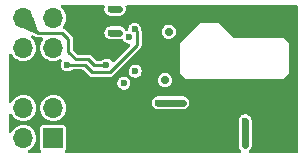
<source format=gbr>
G04 #@! TF.GenerationSoftware,KiCad,Pcbnew,(5.99.0-6495-g15369915cc)*
G04 #@! TF.CreationDate,2020-10-24T17:34:58+02:00*
G04 #@! TF.ProjectId,EVAL-MP8862,4556414c-2d4d-4503-9838-36322e6b6963,1B*
G04 #@! TF.SameCoordinates,Original*
G04 #@! TF.FileFunction,Copper,L2,Inr*
G04 #@! TF.FilePolarity,Positive*
%FSLAX46Y46*%
G04 Gerber Fmt 4.6, Leading zero omitted, Abs format (unit mm)*
G04 Created by KiCad (PCBNEW (5.99.0-6495-g15369915cc)) date 2020-10-24 17:34:58*
%MOMM*%
%LPD*%
G01*
G04 APERTURE LIST*
G04 #@! TA.AperFunction,ComponentPad*
%ADD10R,1.700000X1.700000*%
G04 #@! TD*
G04 #@! TA.AperFunction,ComponentPad*
%ADD11O,1.700000X1.700000*%
G04 #@! TD*
G04 #@! TA.AperFunction,ViaPad*
%ADD12C,0.700000*%
G04 #@! TD*
G04 #@! TA.AperFunction,ViaPad*
%ADD13C,0.600000*%
G04 #@! TD*
G04 #@! TA.AperFunction,ViaPad*
%ADD14C,0.800000*%
G04 #@! TD*
G04 #@! TA.AperFunction,Conductor*
%ADD15C,0.250000*%
G04 #@! TD*
G04 #@! TA.AperFunction,Conductor*
%ADD16C,0.600000*%
G04 #@! TD*
G04 APERTURE END LIST*
D10*
X100000000Y-100000000D03*
D11*
X97460000Y-100000000D03*
X100000000Y-97460000D03*
X97460000Y-97460000D03*
X100000000Y-94920000D03*
X97460000Y-94920000D03*
X100000000Y-92380000D03*
X97460000Y-92380000D03*
X100000000Y-89840000D03*
X97460000Y-89840000D03*
D12*
X108350000Y-92700000D03*
D13*
X103550000Y-100925000D03*
X102850000Y-100925000D03*
X102175000Y-100925000D03*
X103850000Y-89075000D03*
D14*
X118150000Y-89275000D03*
X114550000Y-96550000D03*
X114550000Y-95875000D03*
D12*
X108350000Y-95125000D03*
D13*
X113600000Y-100150000D03*
X109575000Y-100925000D03*
X119000000Y-100550000D03*
X119000000Y-98600000D03*
D14*
X114550000Y-89275000D03*
D13*
X105625000Y-97050000D03*
D14*
X118150000Y-96550000D03*
D12*
X108350000Y-93300000D03*
D13*
X104225000Y-100925000D03*
D14*
X118150000Y-89950000D03*
D13*
X110275000Y-100925000D03*
X113600000Y-100775000D03*
X107675000Y-97050000D03*
D14*
X114550000Y-89950000D03*
D13*
X103850000Y-89750000D03*
X111600000Y-100150000D03*
X103850000Y-91107470D03*
X108700000Y-90600000D03*
X111600000Y-100800000D03*
X107000000Y-97050000D03*
D14*
X118150000Y-95875000D03*
D13*
X103850000Y-90450000D03*
X106300000Y-97050000D03*
X110950000Y-100925000D03*
X119000000Y-99900000D03*
X108900000Y-100925000D03*
X119000000Y-99250000D03*
X104500000Y-93825000D03*
X104900000Y-89100000D03*
X105600000Y-89100000D03*
X105600000Y-91100000D03*
D12*
X109800000Y-91000000D03*
D13*
X104900000Y-91100000D03*
X116250000Y-98600000D03*
X110300000Y-97025000D03*
X110975000Y-97025000D03*
D12*
X109475000Y-95100000D03*
D13*
X116250000Y-99900000D03*
X116250000Y-99250000D03*
X109600000Y-97025000D03*
X116250000Y-100550000D03*
X108925000Y-97025000D03*
X106900000Y-90800000D03*
X101200000Y-93800000D03*
X106456232Y-91465649D03*
X105990000Y-95360000D03*
X106949998Y-94350000D03*
D15*
X102990000Y-93310000D02*
X101910000Y-93310000D01*
X101910000Y-93310000D02*
X101290000Y-92690000D01*
X101290000Y-92690000D02*
X101290000Y-91610000D01*
X98309999Y-90689999D02*
X97460000Y-89840000D01*
X98720000Y-91100000D02*
X98309999Y-90689999D01*
X104500000Y-93825000D02*
X103505000Y-93825000D01*
X103505000Y-93825000D02*
X102990000Y-93310000D01*
X100780000Y-91100000D02*
X98720000Y-91100000D01*
X101290000Y-91610000D02*
X100780000Y-91100000D01*
D16*
X105600000Y-91100000D02*
X104900000Y-91100000D01*
X104900000Y-89100000D02*
X105600000Y-89100000D01*
X108925000Y-97025000D02*
X110975000Y-97025000D01*
X116250000Y-100600000D02*
X116250000Y-98550000D01*
D15*
X107120000Y-91020000D02*
X107120000Y-92130002D01*
X103310001Y-94450001D02*
X102660000Y-93800000D01*
X104800001Y-94450001D02*
X103310001Y-94450001D01*
X107120000Y-92130002D02*
X104800001Y-94450001D01*
X102660000Y-93800000D02*
X101200000Y-93800000D01*
X106900000Y-90800000D02*
X107120000Y-91020000D01*
G04 #@! TA.AperFunction,Conductor*
G36*
X104328872Y-88770002D02*
G01*
X104375365Y-88823658D01*
X104381749Y-88911150D01*
X104377417Y-88926061D01*
X104374982Y-88933554D01*
X104356639Y-88984505D01*
X104356010Y-88993067D01*
X104354223Y-89001475D01*
X104354048Y-89001438D01*
X104353933Y-89002079D01*
X104354110Y-89002105D01*
X104352855Y-89010604D01*
X104350459Y-89018851D01*
X104350369Y-89027437D01*
X104350369Y-89027438D01*
X104349893Y-89072974D01*
X104349561Y-89080886D01*
X104346224Y-89126311D01*
X104346225Y-89126321D01*
X104345596Y-89134880D01*
X104347293Y-89143296D01*
X104347833Y-89151874D01*
X104347655Y-89151885D01*
X104347717Y-89152534D01*
X104347894Y-89152512D01*
X104348970Y-89161033D01*
X104348880Y-89169623D01*
X104351103Y-89177918D01*
X104351103Y-89177921D01*
X104362894Y-89221924D01*
X104364701Y-89229630D01*
X104372512Y-89268365D01*
X104375399Y-89282685D01*
X104379300Y-89290341D01*
X104382125Y-89298452D01*
X104381955Y-89298511D01*
X104382189Y-89299119D01*
X104382354Y-89299049D01*
X104385681Y-89306964D01*
X104387905Y-89315265D01*
X104397494Y-89331479D01*
X104415467Y-89361871D01*
X104419279Y-89368805D01*
X104443852Y-89417031D01*
X104449667Y-89423355D01*
X104454569Y-89430408D01*
X104454422Y-89430510D01*
X104454810Y-89431032D01*
X104454949Y-89430922D01*
X104460286Y-89437655D01*
X104464658Y-89445048D01*
X104494084Y-89473266D01*
X104503744Y-89482530D01*
X104509266Y-89488169D01*
X104545911Y-89528020D01*
X104553208Y-89532544D01*
X104559830Y-89538023D01*
X104559716Y-89538161D01*
X104560230Y-89538559D01*
X104560335Y-89538414D01*
X104567282Y-89543461D01*
X104573485Y-89549409D01*
X104621190Y-89574988D01*
X104628044Y-89578945D01*
X104674058Y-89607475D01*
X104682310Y-89609872D01*
X104690157Y-89613366D01*
X104690084Y-89613529D01*
X104690681Y-89613773D01*
X104690743Y-89613605D01*
X104698796Y-89616600D01*
X104706368Y-89620660D01*
X104759224Y-89632475D01*
X104766845Y-89634432D01*
X104818851Y-89649541D01*
X104825429Y-89650024D01*
X104831911Y-89650500D01*
X104831900Y-89650646D01*
X104836548Y-89651245D01*
X104836572Y-89650960D01*
X104845139Y-89651679D01*
X104853517Y-89653552D01*
X104862090Y-89653103D01*
X104862094Y-89653103D01*
X104908453Y-89650673D01*
X104915047Y-89650500D01*
X105525950Y-89650500D01*
X105536513Y-89651659D01*
X105536572Y-89650960D01*
X105545139Y-89651679D01*
X105553517Y-89653552D01*
X105562090Y-89653103D01*
X105562094Y-89653103D01*
X105608453Y-89650673D01*
X105615047Y-89650500D01*
X105636501Y-89650500D01*
X105640740Y-89649919D01*
X105640743Y-89649919D01*
X105643963Y-89649478D01*
X105646612Y-89649115D01*
X105657118Y-89648122D01*
X105664793Y-89647720D01*
X105695508Y-89646111D01*
X105695510Y-89646111D01*
X105704090Y-89645661D01*
X105714947Y-89642007D01*
X105738032Y-89636592D01*
X105749385Y-89635037D01*
X105757270Y-89631625D01*
X105792559Y-89616354D01*
X105802411Y-89612572D01*
X105838854Y-89600308D01*
X105838856Y-89600307D01*
X105846995Y-89597568D01*
X105856472Y-89591127D01*
X105877253Y-89579704D01*
X105887764Y-89575155D01*
X105924328Y-89545546D01*
X105932796Y-89539258D01*
X105964595Y-89517648D01*
X105964600Y-89517644D01*
X105971702Y-89512817D01*
X105979097Y-89504066D01*
X105996041Y-89487474D01*
X105998267Y-89485672D01*
X105998270Y-89485669D01*
X106004942Y-89480266D01*
X106032194Y-89441919D01*
X106038661Y-89433582D01*
X106063482Y-89404210D01*
X106069024Y-89397652D01*
X106073796Y-89387230D01*
X106085650Y-89366699D01*
X106087309Y-89364364D01*
X106092286Y-89357361D01*
X106108221Y-89313099D01*
X106112208Y-89303330D01*
X106128216Y-89268365D01*
X106131791Y-89260557D01*
X106133135Y-89252072D01*
X106133584Y-89249240D01*
X106139480Y-89226277D01*
X106140452Y-89223576D01*
X106140453Y-89223573D01*
X106143361Y-89215495D01*
X106146807Y-89168573D01*
X106148019Y-89158093D01*
X106155378Y-89111634D01*
X106155500Y-89100000D01*
X106154873Y-89095426D01*
X106154583Y-89090812D01*
X106154761Y-89090801D01*
X106154492Y-89082250D01*
X106154315Y-89082261D01*
X106153775Y-89073681D01*
X106154404Y-89065120D01*
X106152707Y-89056706D01*
X106152707Y-89056700D01*
X106143703Y-89012048D01*
X106142383Y-89004243D01*
X106136203Y-88959125D01*
X106136202Y-88959123D01*
X106135037Y-88950615D01*
X106131626Y-88942733D01*
X106129316Y-88934458D01*
X106129488Y-88934410D01*
X106129293Y-88933789D01*
X106129125Y-88933847D01*
X106126298Y-88925729D01*
X106124601Y-88917315D01*
X106123276Y-88914714D01*
X106119896Y-88846531D01*
X106155275Y-88784977D01*
X106242401Y-88750000D01*
X120624000Y-88750000D01*
X120692121Y-88770002D01*
X120738614Y-88823658D01*
X120750000Y-88876000D01*
X120750001Y-101124000D01*
X120729999Y-101192121D01*
X120676343Y-101238614D01*
X120624001Y-101250000D01*
X116679391Y-101250000D01*
X116611270Y-101229998D01*
X116564777Y-101176342D01*
X116554673Y-101106068D01*
X116594104Y-101031254D01*
X116678020Y-100954089D01*
X116689599Y-100935415D01*
X116752949Y-100833242D01*
X116752950Y-100833241D01*
X116757475Y-100825942D01*
X116799541Y-100681149D01*
X116800500Y-100668089D01*
X116800500Y-100602350D01*
X116802051Y-100582639D01*
X116805378Y-100561634D01*
X116805500Y-100550000D01*
X116801666Y-100522011D01*
X116800500Y-100504911D01*
X116800500Y-99952350D01*
X116802051Y-99932639D01*
X116804656Y-99916190D01*
X116805378Y-99911634D01*
X116805500Y-99900000D01*
X116801666Y-99872011D01*
X116800500Y-99854911D01*
X116800500Y-99302350D01*
X116802051Y-99282639D01*
X116804656Y-99266190D01*
X116805378Y-99261634D01*
X116805500Y-99250000D01*
X116801666Y-99222011D01*
X116800500Y-99204911D01*
X116800500Y-98652350D01*
X116802051Y-98632639D01*
X116804656Y-98616190D01*
X116805378Y-98611634D01*
X116805500Y-98600000D01*
X116801666Y-98572011D01*
X116800500Y-98554911D01*
X116800500Y-98513499D01*
X116799049Y-98502900D01*
X116791252Y-98445984D01*
X116785037Y-98400615D01*
X116738333Y-98292688D01*
X116728567Y-98270120D01*
X116728566Y-98270118D01*
X116725155Y-98262236D01*
X116630266Y-98145058D01*
X116623264Y-98140082D01*
X116623262Y-98140080D01*
X116514363Y-98062690D01*
X116507361Y-98057714D01*
X116365495Y-98006639D01*
X116356935Y-98006010D01*
X116356933Y-98006010D01*
X116277863Y-98000204D01*
X116215121Y-97995596D01*
X116067316Y-98025399D01*
X115932970Y-98093852D01*
X115926648Y-98099665D01*
X115926647Y-98099666D01*
X115870021Y-98151736D01*
X115821981Y-98195911D01*
X115817453Y-98203214D01*
X115817452Y-98203215D01*
X115775969Y-98270120D01*
X115742526Y-98324058D01*
X115700460Y-98468851D01*
X115699501Y-98481911D01*
X115699501Y-98609680D01*
X115699494Y-98611000D01*
X115698880Y-98669623D01*
X115699400Y-98671565D01*
X115699501Y-98673163D01*
X115699501Y-99259709D01*
X115699494Y-99261029D01*
X115698880Y-99319623D01*
X115699401Y-99321564D01*
X115699501Y-99323160D01*
X115699500Y-99909740D01*
X115699493Y-99911059D01*
X115698880Y-99969623D01*
X115699400Y-99971564D01*
X115699500Y-99973159D01*
X115699500Y-100559767D01*
X115699493Y-100561086D01*
X115698880Y-100619623D01*
X115699400Y-100621563D01*
X115699500Y-100623157D01*
X115699500Y-100636500D01*
X115700082Y-100640746D01*
X115700082Y-100640752D01*
X115713797Y-100740875D01*
X115714963Y-100749384D01*
X115718374Y-100757266D01*
X115761129Y-100856067D01*
X115774845Y-100887764D01*
X115780254Y-100894444D01*
X115780255Y-100894445D01*
X115831344Y-100957534D01*
X115869734Y-101004942D01*
X115892744Y-101021294D01*
X115936684Y-101077058D01*
X115943501Y-101147727D01*
X115911029Y-101210862D01*
X115819755Y-101250000D01*
X101111391Y-101250000D01*
X101043270Y-101229998D01*
X100996777Y-101176342D01*
X100986673Y-101106068D01*
X101021722Y-101036052D01*
X101030312Y-101030312D01*
X101077358Y-100959903D01*
X101078696Y-100957901D01*
X101078697Y-100957899D01*
X101085589Y-100947584D01*
X101093877Y-100905921D01*
X101103793Y-100856067D01*
X101105000Y-100850000D01*
X101105000Y-99150000D01*
X101085589Y-99052416D01*
X101078697Y-99042101D01*
X101078696Y-99042099D01*
X101037205Y-98980004D01*
X101030312Y-98969688D01*
X100965584Y-98926438D01*
X100957901Y-98921304D01*
X100957899Y-98921303D01*
X100947584Y-98914411D01*
X100935417Y-98911991D01*
X100935415Y-98911990D01*
X100860959Y-98897180D01*
X100850000Y-98895000D01*
X99150000Y-98895000D01*
X99139041Y-98897180D01*
X99064585Y-98911990D01*
X99064583Y-98911991D01*
X99052416Y-98914411D01*
X99042101Y-98921303D01*
X99042099Y-98921304D01*
X99034416Y-98926438D01*
X98969688Y-98969688D01*
X98962795Y-98980004D01*
X98921304Y-99042099D01*
X98921303Y-99042101D01*
X98914411Y-99052416D01*
X98895000Y-99150000D01*
X98895000Y-100850000D01*
X98896207Y-100856067D01*
X98906124Y-100905921D01*
X98914411Y-100947584D01*
X98921303Y-100957899D01*
X98921304Y-100957901D01*
X98922642Y-100959903D01*
X98969688Y-101030312D01*
X98978360Y-101036106D01*
X99011730Y-101097217D01*
X99006665Y-101168032D01*
X98964118Y-101224868D01*
X98888609Y-101250000D01*
X97960621Y-101250000D01*
X97892500Y-101229998D01*
X97846007Y-101176342D01*
X97835903Y-101106068D01*
X97865397Y-101041488D01*
X97908773Y-101009162D01*
X97909043Y-101009040D01*
X97914723Y-101007101D01*
X98096958Y-100902945D01*
X98256209Y-100766209D01*
X98276325Y-100740875D01*
X98294896Y-100717486D01*
X98386731Y-100601826D01*
X98391632Y-100592433D01*
X98481041Y-100421043D01*
X98483814Y-100415728D01*
X98543955Y-100214629D01*
X98564985Y-100005786D01*
X98565000Y-100000000D01*
X98545064Y-99791050D01*
X98485977Y-99589639D01*
X98457004Y-99533384D01*
X98392615Y-99408365D01*
X98392613Y-99408362D01*
X98389869Y-99403034D01*
X98260210Y-99237970D01*
X98255679Y-99234038D01*
X98255676Y-99234035D01*
X98106207Y-99104333D01*
X98101677Y-99100402D01*
X98096491Y-99097402D01*
X98096487Y-99097399D01*
X97925186Y-98998300D01*
X97919990Y-98995294D01*
X97721706Y-98926438D01*
X97715771Y-98925577D01*
X97715769Y-98925577D01*
X97519919Y-98897180D01*
X97519916Y-98897180D01*
X97513979Y-98896319D01*
X97304304Y-98906024D01*
X97173445Y-98937561D01*
X97106080Y-98953796D01*
X97106078Y-98953797D01*
X97100247Y-98955202D01*
X97094789Y-98957684D01*
X97094785Y-98957685D01*
X97012069Y-98995294D01*
X96909171Y-99042079D01*
X96737970Y-99163520D01*
X96592822Y-99315144D01*
X96589571Y-99320179D01*
X96481852Y-99487006D01*
X96428097Y-99533384D01*
X96357801Y-99543337D01*
X96293284Y-99513705D01*
X96250000Y-99418658D01*
X96250000Y-98040401D01*
X96270002Y-97972280D01*
X96323658Y-97925787D01*
X96393932Y-97915683D01*
X96458512Y-97945177D01*
X96482207Y-97972608D01*
X96589248Y-98140306D01*
X96733600Y-98292688D01*
X96738465Y-98296178D01*
X96738468Y-98296180D01*
X96873080Y-98392730D01*
X96904163Y-98415024D01*
X96909608Y-98417534D01*
X97044247Y-98479603D01*
X97094782Y-98502900D01*
X97100598Y-98504334D01*
X97100601Y-98504335D01*
X97155171Y-98517789D01*
X97298578Y-98553146D01*
X97304568Y-98553455D01*
X97304570Y-98553455D01*
X97378178Y-98557248D01*
X97508199Y-98563948D01*
X97514134Y-98563119D01*
X97514138Y-98563119D01*
X97666960Y-98541777D01*
X97716081Y-98534917D01*
X97914723Y-98467101D01*
X98096958Y-98362945D01*
X98256209Y-98226209D01*
X98386731Y-98061826D01*
X98433274Y-97972609D01*
X98481041Y-97881043D01*
X98483814Y-97875728D01*
X98543955Y-97674629D01*
X98555289Y-97562069D01*
X98899724Y-97562069D01*
X98938875Y-97768285D01*
X99016315Y-97963377D01*
X99019539Y-97968428D01*
X99019540Y-97968430D01*
X99055903Y-98025399D01*
X99129248Y-98140306D01*
X99273600Y-98292688D01*
X99278465Y-98296178D01*
X99278468Y-98296180D01*
X99413080Y-98392730D01*
X99444163Y-98415024D01*
X99449608Y-98417534D01*
X99584247Y-98479603D01*
X99634782Y-98502900D01*
X99640598Y-98504334D01*
X99640601Y-98504335D01*
X99695171Y-98517789D01*
X99838578Y-98553146D01*
X99844568Y-98553455D01*
X99844570Y-98553455D01*
X99918178Y-98557248D01*
X100048199Y-98563948D01*
X100054134Y-98563119D01*
X100054138Y-98563119D01*
X100206960Y-98541777D01*
X100256081Y-98534917D01*
X100454723Y-98467101D01*
X100636958Y-98362945D01*
X100796209Y-98226209D01*
X100926731Y-98061826D01*
X100973274Y-97972609D01*
X101021041Y-97881043D01*
X101023814Y-97875728D01*
X101083955Y-97674629D01*
X101104985Y-97465786D01*
X101105000Y-97460000D01*
X101103345Y-97442648D01*
X101094151Y-97346290D01*
X101085064Y-97251050D01*
X101077164Y-97224119D01*
X101054294Y-97146163D01*
X101028982Y-97059880D01*
X108370596Y-97059880D01*
X108372293Y-97068296D01*
X108372833Y-97076874D01*
X108372655Y-97076885D01*
X108372717Y-97077534D01*
X108372894Y-97077512D01*
X108373970Y-97086033D01*
X108373880Y-97094623D01*
X108376103Y-97102918D01*
X108376103Y-97102921D01*
X108387894Y-97146924D01*
X108389701Y-97154630D01*
X108397512Y-97193365D01*
X108400399Y-97207685D01*
X108404300Y-97215341D01*
X108407125Y-97223452D01*
X108406955Y-97223511D01*
X108407189Y-97224119D01*
X108407354Y-97224049D01*
X108410681Y-97231964D01*
X108412905Y-97240265D01*
X108417279Y-97247661D01*
X108440467Y-97286871D01*
X108444279Y-97293805D01*
X108468852Y-97342031D01*
X108474667Y-97348355D01*
X108479569Y-97355408D01*
X108479422Y-97355510D01*
X108479810Y-97356032D01*
X108479949Y-97355922D01*
X108485286Y-97362655D01*
X108489658Y-97370048D01*
X108519084Y-97398266D01*
X108528744Y-97407530D01*
X108534266Y-97413169D01*
X108570911Y-97453020D01*
X108578208Y-97457544D01*
X108584830Y-97463023D01*
X108584716Y-97463161D01*
X108585230Y-97463559D01*
X108585335Y-97463414D01*
X108592282Y-97468461D01*
X108598485Y-97474409D01*
X108646190Y-97499988D01*
X108653044Y-97503945D01*
X108699058Y-97532475D01*
X108707310Y-97534872D01*
X108715157Y-97538366D01*
X108715084Y-97538529D01*
X108715681Y-97538773D01*
X108715743Y-97538605D01*
X108723796Y-97541600D01*
X108731368Y-97545660D01*
X108784224Y-97557475D01*
X108791845Y-97559432D01*
X108843851Y-97574541D01*
X108850429Y-97575024D01*
X108856911Y-97575500D01*
X108856900Y-97575646D01*
X108861548Y-97576245D01*
X108861572Y-97575960D01*
X108870139Y-97576679D01*
X108878517Y-97578552D01*
X108887090Y-97578103D01*
X108887094Y-97578103D01*
X108933453Y-97575673D01*
X108940047Y-97575500D01*
X109525950Y-97575500D01*
X109536513Y-97576659D01*
X109536572Y-97575960D01*
X109545139Y-97576679D01*
X109553517Y-97578552D01*
X109562090Y-97578103D01*
X109562094Y-97578103D01*
X109608453Y-97575673D01*
X109615047Y-97575500D01*
X110225950Y-97575500D01*
X110236513Y-97576659D01*
X110236572Y-97575960D01*
X110245139Y-97576679D01*
X110253517Y-97578552D01*
X110262090Y-97578103D01*
X110262094Y-97578103D01*
X110308453Y-97575673D01*
X110315047Y-97575500D01*
X110900950Y-97575500D01*
X110911513Y-97576659D01*
X110911572Y-97575960D01*
X110920139Y-97576679D01*
X110928517Y-97578552D01*
X110937090Y-97578103D01*
X110937094Y-97578103D01*
X110983453Y-97575673D01*
X110990047Y-97575500D01*
X111011501Y-97575500D01*
X111015740Y-97574919D01*
X111015743Y-97574919D01*
X111018963Y-97574478D01*
X111021612Y-97574115D01*
X111032118Y-97573122D01*
X111039793Y-97572720D01*
X111070508Y-97571111D01*
X111070510Y-97571111D01*
X111079090Y-97570661D01*
X111089947Y-97567007D01*
X111113032Y-97561592D01*
X111124385Y-97560037D01*
X111133534Y-97556078D01*
X111167559Y-97541354D01*
X111177411Y-97537572D01*
X111213854Y-97525308D01*
X111213856Y-97525307D01*
X111221995Y-97522568D01*
X111231472Y-97516127D01*
X111252253Y-97504704D01*
X111262764Y-97500155D01*
X111299328Y-97470546D01*
X111307796Y-97464258D01*
X111339595Y-97442648D01*
X111339600Y-97442644D01*
X111346702Y-97437817D01*
X111354097Y-97429066D01*
X111371041Y-97412474D01*
X111373267Y-97410672D01*
X111373270Y-97410669D01*
X111379942Y-97405266D01*
X111407194Y-97366919D01*
X111413661Y-97358582D01*
X111438482Y-97329210D01*
X111444024Y-97322652D01*
X111448796Y-97312230D01*
X111460650Y-97291699D01*
X111462309Y-97289364D01*
X111467286Y-97282361D01*
X111483221Y-97238099D01*
X111487208Y-97228330D01*
X111503216Y-97193365D01*
X111506791Y-97185557D01*
X111508135Y-97177072D01*
X111508584Y-97174240D01*
X111514480Y-97151277D01*
X111515452Y-97148576D01*
X111515453Y-97148573D01*
X111518361Y-97140495D01*
X111521807Y-97093573D01*
X111523019Y-97083093D01*
X111530378Y-97036634D01*
X111530500Y-97025000D01*
X111529873Y-97020426D01*
X111529583Y-97015812D01*
X111529761Y-97015801D01*
X111529492Y-97007250D01*
X111529315Y-97007261D01*
X111528775Y-96998681D01*
X111529404Y-96990120D01*
X111527707Y-96981706D01*
X111527707Y-96981700D01*
X111518703Y-96937048D01*
X111517383Y-96929243D01*
X111511203Y-96884125D01*
X111511202Y-96884123D01*
X111510037Y-96875615D01*
X111506626Y-96867733D01*
X111504316Y-96859458D01*
X111504488Y-96859410D01*
X111504293Y-96858790D01*
X111504125Y-96858849D01*
X111501299Y-96850733D01*
X111499601Y-96842315D01*
X111475025Y-96794084D01*
X111471656Y-96786923D01*
X111453569Y-96745125D01*
X111453568Y-96745124D01*
X111450155Y-96737236D01*
X111444745Y-96730555D01*
X111440299Y-96723214D01*
X111440451Y-96723122D01*
X111440095Y-96722574D01*
X111439949Y-96722675D01*
X111435049Y-96715625D01*
X111431148Y-96707969D01*
X111394506Y-96668122D01*
X111389344Y-96662141D01*
X111360674Y-96626735D01*
X111360669Y-96626731D01*
X111355266Y-96620058D01*
X111348266Y-96615083D01*
X111342003Y-96609202D01*
X111342125Y-96609072D01*
X111341635Y-96608639D01*
X111341520Y-96608778D01*
X111334907Y-96603307D01*
X111329089Y-96596980D01*
X111283073Y-96568449D01*
X111276494Y-96564077D01*
X111232361Y-96532714D01*
X111224281Y-96529805D01*
X111216667Y-96525824D01*
X111216749Y-96525666D01*
X111216160Y-96525382D01*
X111216088Y-96525544D01*
X111208241Y-96522050D01*
X111200942Y-96517525D01*
X111192696Y-96515129D01*
X111192693Y-96515128D01*
X111158757Y-96505269D01*
X111148949Y-96502420D01*
X111141446Y-96499982D01*
X111090495Y-96481639D01*
X111081933Y-96481010D01*
X111073525Y-96479223D01*
X111073562Y-96479048D01*
X111069030Y-96478233D01*
X111068987Y-96478470D01*
X111062488Y-96477301D01*
X111056149Y-96475459D01*
X111043089Y-96474500D01*
X110997907Y-96474500D01*
X110988679Y-96474162D01*
X110940120Y-96470596D01*
X110931701Y-96472294D01*
X110927880Y-96472534D01*
X110908182Y-96474500D01*
X110322907Y-96474500D01*
X110313679Y-96474162D01*
X110265120Y-96470596D01*
X110256701Y-96472294D01*
X110252880Y-96472534D01*
X110233182Y-96474500D01*
X109622907Y-96474500D01*
X109613679Y-96474162D01*
X109565120Y-96470596D01*
X109556701Y-96472294D01*
X109552880Y-96472534D01*
X109533182Y-96474500D01*
X108947907Y-96474500D01*
X108938679Y-96474162D01*
X108890120Y-96470596D01*
X108881706Y-96472293D01*
X108881700Y-96472293D01*
X108837048Y-96481297D01*
X108829243Y-96482617D01*
X108784125Y-96488797D01*
X108784123Y-96488798D01*
X108775615Y-96489963D01*
X108767733Y-96493374D01*
X108759458Y-96495684D01*
X108759410Y-96495512D01*
X108758790Y-96495707D01*
X108758849Y-96495875D01*
X108750733Y-96498701D01*
X108742315Y-96500399D01*
X108734663Y-96504298D01*
X108734660Y-96504299D01*
X108694087Y-96524973D01*
X108686927Y-96528342D01*
X108637236Y-96549845D01*
X108630555Y-96555255D01*
X108623214Y-96559701D01*
X108623122Y-96559549D01*
X108622574Y-96559905D01*
X108622675Y-96560051D01*
X108615625Y-96564951D01*
X108607969Y-96568852D01*
X108568122Y-96605494D01*
X108562141Y-96610656D01*
X108526735Y-96639326D01*
X108526731Y-96639331D01*
X108520058Y-96644734D01*
X108515083Y-96651734D01*
X108509202Y-96657997D01*
X108509072Y-96657875D01*
X108508639Y-96658365D01*
X108508778Y-96658480D01*
X108503307Y-96665093D01*
X108496980Y-96670911D01*
X108474003Y-96707969D01*
X108468450Y-96716925D01*
X108464077Y-96723506D01*
X108432714Y-96767639D01*
X108429805Y-96775719D01*
X108425824Y-96783333D01*
X108425666Y-96783251D01*
X108425382Y-96783840D01*
X108425544Y-96783912D01*
X108422050Y-96791759D01*
X108417525Y-96799058D01*
X108415129Y-96807304D01*
X108415128Y-96807307D01*
X108402421Y-96851047D01*
X108399982Y-96858554D01*
X108381639Y-96909505D01*
X108381010Y-96918067D01*
X108379223Y-96926475D01*
X108379048Y-96926438D01*
X108378933Y-96927079D01*
X108379110Y-96927105D01*
X108377855Y-96935604D01*
X108375459Y-96943851D01*
X108375369Y-96952437D01*
X108375369Y-96952438D01*
X108374893Y-96997974D01*
X108374561Y-97005886D01*
X108371224Y-97051311D01*
X108371225Y-97051321D01*
X108370596Y-97059880D01*
X101028982Y-97059880D01*
X101025977Y-97049639D01*
X101002130Y-97003337D01*
X100932615Y-96868365D01*
X100932613Y-96868362D01*
X100929869Y-96863034D01*
X100800210Y-96697970D01*
X100795679Y-96694038D01*
X100795676Y-96694035D01*
X100646207Y-96564333D01*
X100641677Y-96560402D01*
X100636491Y-96557402D01*
X100636487Y-96557399D01*
X100465186Y-96458300D01*
X100459990Y-96455294D01*
X100261706Y-96386438D01*
X100255771Y-96385577D01*
X100255769Y-96385577D01*
X100059919Y-96357180D01*
X100059916Y-96357180D01*
X100053979Y-96356319D01*
X99844304Y-96366024D01*
X99713445Y-96397561D01*
X99646080Y-96413796D01*
X99646078Y-96413797D01*
X99640247Y-96415202D01*
X99634789Y-96417684D01*
X99634785Y-96417685D01*
X99552069Y-96455294D01*
X99449171Y-96502079D01*
X99277970Y-96623520D01*
X99132822Y-96775144D01*
X99129571Y-96780179D01*
X99033322Y-96929243D01*
X99018964Y-96951479D01*
X99016722Y-96957042D01*
X98981552Y-97044311D01*
X98940504Y-97146163D01*
X98924458Y-97228330D01*
X98906039Y-97322652D01*
X98900274Y-97352171D01*
X98900258Y-97358157D01*
X98900258Y-97358160D01*
X98900153Y-97398266D01*
X98899724Y-97562069D01*
X98555289Y-97562069D01*
X98564985Y-97465786D01*
X98565000Y-97460000D01*
X98563345Y-97442648D01*
X98554151Y-97346290D01*
X98545064Y-97251050D01*
X98537164Y-97224119D01*
X98514294Y-97146163D01*
X98485977Y-97049639D01*
X98462130Y-97003337D01*
X98392615Y-96868365D01*
X98392613Y-96868362D01*
X98389869Y-96863034D01*
X98260210Y-96697970D01*
X98255679Y-96694038D01*
X98255676Y-96694035D01*
X98106207Y-96564333D01*
X98101677Y-96560402D01*
X98096491Y-96557402D01*
X98096487Y-96557399D01*
X97925186Y-96458300D01*
X97919990Y-96455294D01*
X97721706Y-96386438D01*
X97715771Y-96385577D01*
X97715769Y-96385577D01*
X97519919Y-96357180D01*
X97519916Y-96357180D01*
X97513979Y-96356319D01*
X97304304Y-96366024D01*
X97173445Y-96397561D01*
X97106080Y-96413796D01*
X97106078Y-96413797D01*
X97100247Y-96415202D01*
X97094789Y-96417684D01*
X97094785Y-96417685D01*
X97012069Y-96455294D01*
X96909171Y-96502079D01*
X96737970Y-96623520D01*
X96592822Y-96775144D01*
X96589571Y-96780179D01*
X96481852Y-96947006D01*
X96428097Y-96993384D01*
X96357801Y-97003337D01*
X96293284Y-96973705D01*
X96250000Y-96878658D01*
X96250000Y-95429623D01*
X105438880Y-95429623D01*
X105477905Y-95575265D01*
X105554658Y-95705048D01*
X105663485Y-95809409D01*
X105796368Y-95880660D01*
X105838874Y-95890161D01*
X105935131Y-95911678D01*
X105935135Y-95911678D01*
X105943517Y-95913552D01*
X106037950Y-95908603D01*
X106085507Y-95906111D01*
X106085508Y-95906111D01*
X106094090Y-95905661D01*
X106236995Y-95857568D01*
X106361702Y-95772817D01*
X106367245Y-95766258D01*
X106367247Y-95766256D01*
X106453481Y-95664211D01*
X106459024Y-95657652D01*
X106521791Y-95520557D01*
X106545378Y-95371634D01*
X106545500Y-95360000D01*
X106525037Y-95210615D01*
X106477170Y-95100000D01*
X108869500Y-95100000D01*
X108890132Y-95256715D01*
X108950622Y-95402750D01*
X109046847Y-95528153D01*
X109172250Y-95624378D01*
X109318285Y-95684868D01*
X109475000Y-95705500D01*
X109483188Y-95704422D01*
X109623527Y-95685946D01*
X109631715Y-95684868D01*
X109777750Y-95624378D01*
X109903153Y-95528153D01*
X109999378Y-95402750D01*
X110059868Y-95256715D01*
X110080500Y-95100000D01*
X110059868Y-94943285D01*
X109999378Y-94797250D01*
X109903153Y-94671847D01*
X109777750Y-94575622D01*
X109631715Y-94515132D01*
X109475000Y-94494500D01*
X109318285Y-94515132D01*
X109172250Y-94575622D01*
X109046847Y-94671847D01*
X108950622Y-94797250D01*
X108890132Y-94943285D01*
X108869500Y-95100000D01*
X106477170Y-95100000D01*
X106468567Y-95080120D01*
X106468566Y-95080118D01*
X106465155Y-95072236D01*
X106370266Y-94955058D01*
X106363264Y-94950082D01*
X106363262Y-94950080D01*
X106254363Y-94872690D01*
X106247361Y-94867714D01*
X106105495Y-94816639D01*
X106096935Y-94816010D01*
X106096933Y-94816010D01*
X106018122Y-94810223D01*
X105955120Y-94805596D01*
X105807315Y-94835399D01*
X105672969Y-94903852D01*
X105666647Y-94909665D01*
X105666646Y-94909666D01*
X105610020Y-94961736D01*
X105561980Y-95005911D01*
X105557452Y-95013214D01*
X105557451Y-95013215D01*
X105515968Y-95080120D01*
X105482525Y-95134058D01*
X105440459Y-95278851D01*
X105438880Y-95429623D01*
X96250000Y-95429623D01*
X96250000Y-92960401D01*
X96270002Y-92892280D01*
X96323658Y-92845787D01*
X96393932Y-92835683D01*
X96458512Y-92865177D01*
X96482207Y-92892608D01*
X96589248Y-93060306D01*
X96733600Y-93212688D01*
X96738465Y-93216178D01*
X96738468Y-93216180D01*
X96853521Y-93298701D01*
X96904163Y-93335024D01*
X96909608Y-93337534D01*
X97080353Y-93416248D01*
X97094782Y-93422900D01*
X97100598Y-93424334D01*
X97100601Y-93424335D01*
X97188114Y-93445911D01*
X97298578Y-93473146D01*
X97304568Y-93473455D01*
X97304570Y-93473455D01*
X97378178Y-93477248D01*
X97508199Y-93483948D01*
X97514134Y-93483119D01*
X97514138Y-93483119D01*
X97666960Y-93461777D01*
X97716081Y-93454917D01*
X97914723Y-93387101D01*
X98096958Y-93282945D01*
X98256209Y-93146209D01*
X98386731Y-92981826D01*
X98389746Y-92976048D01*
X98481041Y-92801043D01*
X98483814Y-92795728D01*
X98543955Y-92594629D01*
X98550014Y-92534464D01*
X98555269Y-92482273D01*
X98564985Y-92385786D01*
X98565000Y-92380000D01*
X98562886Y-92357837D01*
X98551951Y-92243236D01*
X98545064Y-92171050D01*
X98485977Y-91969639D01*
X98483233Y-91964311D01*
X98392615Y-91788365D01*
X98392613Y-91788362D01*
X98389869Y-91783034D01*
X98260210Y-91617970D01*
X98160109Y-91531107D01*
X98121769Y-91471355D01*
X98121820Y-91400358D01*
X98160247Y-91340659D01*
X98224849Y-91311213D01*
X98291784Y-91319901D01*
X98348508Y-91343899D01*
X98437291Y-91381461D01*
X98443682Y-91384165D01*
X98446414Y-91385037D01*
X98446430Y-91385043D01*
X98473201Y-91393588D01*
X98512888Y-91414669D01*
X98536693Y-91433435D01*
X98545238Y-91436436D01*
X98552603Y-91441699D01*
X98601124Y-91456210D01*
X98606766Y-91458043D01*
X98647098Y-91472207D01*
X98647104Y-91472208D01*
X98654581Y-91474834D01*
X98662271Y-91475500D01*
X98665007Y-91475500D01*
X98665730Y-91475531D01*
X98672310Y-91477499D01*
X98720723Y-91475597D01*
X98725669Y-91475500D01*
X99048039Y-91475500D01*
X99116160Y-91495502D01*
X99162653Y-91549158D01*
X99172757Y-91619432D01*
X99140398Y-91685877D01*
X99140686Y-91686105D01*
X99139644Y-91687424D01*
X99139056Y-91688632D01*
X99132822Y-91695144D01*
X99129571Y-91700179D01*
X99079117Y-91778319D01*
X99018964Y-91871479D01*
X99016722Y-91877042D01*
X98981552Y-91964311D01*
X98940504Y-92066163D01*
X98921146Y-92165292D01*
X98904822Y-92248884D01*
X98900274Y-92272171D01*
X98900258Y-92278157D01*
X98900258Y-92278160D01*
X98900006Y-92374280D01*
X98899724Y-92482069D01*
X98938875Y-92688285D01*
X99016315Y-92883377D01*
X99019539Y-92888428D01*
X99019540Y-92888430D01*
X99073099Y-92972339D01*
X99129248Y-93060306D01*
X99273600Y-93212688D01*
X99278465Y-93216178D01*
X99278468Y-93216180D01*
X99393521Y-93298701D01*
X99444163Y-93335024D01*
X99449608Y-93337534D01*
X99620353Y-93416248D01*
X99634782Y-93422900D01*
X99640598Y-93424334D01*
X99640601Y-93424335D01*
X99728114Y-93445911D01*
X99838578Y-93473146D01*
X99844568Y-93473455D01*
X99844570Y-93473455D01*
X99918178Y-93477248D01*
X100048199Y-93483948D01*
X100054134Y-93483119D01*
X100054138Y-93483119D01*
X100206960Y-93461777D01*
X100256081Y-93454917D01*
X100454723Y-93387101D01*
X100530393Y-93343852D01*
X100571071Y-93320603D01*
X100640139Y-93304166D01*
X100707129Y-93327679D01*
X100750772Y-93383678D01*
X100757212Y-93454382D01*
X100740681Y-93496391D01*
X100692525Y-93574058D01*
X100650459Y-93718851D01*
X100648880Y-93869623D01*
X100687905Y-94015265D01*
X100764658Y-94145048D01*
X100873485Y-94249409D01*
X101006368Y-94320660D01*
X101048874Y-94330161D01*
X101145131Y-94351678D01*
X101145135Y-94351678D01*
X101153517Y-94353552D01*
X101247950Y-94348603D01*
X101295507Y-94346111D01*
X101295508Y-94346111D01*
X101304090Y-94345661D01*
X101446995Y-94297568D01*
X101571702Y-94212817D01*
X101576092Y-94207622D01*
X101659771Y-94175500D01*
X102452273Y-94175500D01*
X102541368Y-94212405D01*
X103007289Y-94678326D01*
X103020417Y-94694580D01*
X103022922Y-94697333D01*
X103028571Y-94706082D01*
X103036749Y-94712529D01*
X103053327Y-94725598D01*
X103058036Y-94729783D01*
X103058085Y-94729726D01*
X103062042Y-94733079D01*
X103065723Y-94736760D01*
X103082183Y-94748523D01*
X103086911Y-94752074D01*
X103126694Y-94783436D01*
X103135239Y-94786437D01*
X103142604Y-94791700D01*
X103191125Y-94806211D01*
X103196767Y-94808044D01*
X103237099Y-94822208D01*
X103237105Y-94822209D01*
X103244582Y-94824835D01*
X103252272Y-94825501D01*
X103255008Y-94825501D01*
X103255731Y-94825532D01*
X103262311Y-94827500D01*
X103310724Y-94825598D01*
X103315670Y-94825501D01*
X104747406Y-94825501D01*
X104768173Y-94827711D01*
X104771898Y-94827887D01*
X104782077Y-94830078D01*
X104813371Y-94826374D01*
X104819667Y-94826003D01*
X104819661Y-94825929D01*
X104824841Y-94825501D01*
X104830040Y-94825501D01*
X104835164Y-94824648D01*
X104835177Y-94824647D01*
X104849979Y-94822183D01*
X104855854Y-94821346D01*
X104895819Y-94816616D01*
X104895822Y-94816615D01*
X104906157Y-94815392D01*
X104914318Y-94811473D01*
X104923252Y-94809986D01*
X104932716Y-94804880D01*
X104962646Y-94788730D01*
X104967860Y-94785917D01*
X104973107Y-94783243D01*
X105018790Y-94761306D01*
X105024699Y-94756340D01*
X105026637Y-94754402D01*
X105027165Y-94753918D01*
X105033212Y-94750655D01*
X105046057Y-94736760D01*
X105066125Y-94715050D01*
X105069555Y-94711484D01*
X105361416Y-94419623D01*
X106398878Y-94419623D01*
X106437903Y-94565265D01*
X106514656Y-94695048D01*
X106623483Y-94799409D01*
X106756366Y-94870660D01*
X106765448Y-94872690D01*
X106895129Y-94901678D01*
X106895133Y-94901678D01*
X106903515Y-94903552D01*
X106997948Y-94898603D01*
X107045505Y-94896111D01*
X107045506Y-94896111D01*
X107054088Y-94895661D01*
X107196993Y-94847568D01*
X107209161Y-94839299D01*
X107229671Y-94825360D01*
X107321700Y-94762817D01*
X107327243Y-94756258D01*
X107327245Y-94756256D01*
X107413479Y-94654211D01*
X107419022Y-94647652D01*
X107422597Y-94639844D01*
X107478214Y-94518366D01*
X107478214Y-94518364D01*
X107481789Y-94510557D01*
X107505376Y-94361634D01*
X107505498Y-94350000D01*
X107485035Y-94200615D01*
X107425153Y-94062236D01*
X107330264Y-93945058D01*
X107323262Y-93940082D01*
X107323260Y-93940080D01*
X107214361Y-93862690D01*
X107207359Y-93857714D01*
X107065493Y-93806639D01*
X107056933Y-93806010D01*
X107056931Y-93806010D01*
X106978120Y-93800223D01*
X106915118Y-93795596D01*
X106767313Y-93825399D01*
X106632967Y-93893852D01*
X106626645Y-93899665D01*
X106626644Y-93899666D01*
X106570018Y-93951736D01*
X106521978Y-93995911D01*
X106517450Y-94003214D01*
X106517449Y-94003215D01*
X106475966Y-94070120D01*
X106442523Y-94124058D01*
X106400457Y-94268851D01*
X106398878Y-94419623D01*
X105361416Y-94419623D01*
X107348325Y-92432714D01*
X107364579Y-92419586D01*
X107367332Y-92417081D01*
X107376081Y-92411432D01*
X107395597Y-92386676D01*
X107399782Y-92381967D01*
X107399725Y-92381918D01*
X107403078Y-92377961D01*
X107406759Y-92374280D01*
X107418522Y-92357820D01*
X107422073Y-92353092D01*
X107446987Y-92321488D01*
X107453435Y-92313309D01*
X107456436Y-92304764D01*
X107461699Y-92297399D01*
X107476210Y-92248878D01*
X107478043Y-92243236D01*
X107492207Y-92202904D01*
X107492208Y-92202898D01*
X107494834Y-92195421D01*
X107495500Y-92187731D01*
X107495500Y-92184995D01*
X107495531Y-92184272D01*
X107497499Y-92177692D01*
X107495597Y-92129279D01*
X107495500Y-92124333D01*
X107495500Y-92000000D01*
X110750000Y-92000000D01*
X110750000Y-94500000D01*
X111250000Y-95000000D01*
X119500000Y-95000000D01*
X120000000Y-94500000D01*
X120000000Y-92000000D01*
X119500000Y-91500000D01*
X115302190Y-91500000D01*
X115213095Y-91463095D01*
X114000000Y-90250000D01*
X112500000Y-90250000D01*
X110750000Y-92000000D01*
X107495500Y-92000000D01*
X107495500Y-91072595D01*
X107497710Y-91051828D01*
X107497886Y-91048103D01*
X107500077Y-91037924D01*
X107496373Y-91006629D01*
X107496002Y-91000333D01*
X107495928Y-91000339D01*
X107495900Y-91000000D01*
X109194500Y-91000000D01*
X109215132Y-91156715D01*
X109275622Y-91302750D01*
X109371847Y-91428153D01*
X109378393Y-91433176D01*
X109390096Y-91442156D01*
X109497250Y-91524378D01*
X109576226Y-91557091D01*
X109631439Y-91579961D01*
X109643285Y-91584868D01*
X109800000Y-91605500D01*
X109808188Y-91604422D01*
X109948527Y-91585946D01*
X109956715Y-91584868D01*
X109968562Y-91579961D01*
X110023774Y-91557091D01*
X110102750Y-91524378D01*
X110209904Y-91442156D01*
X110221607Y-91433176D01*
X110228153Y-91428153D01*
X110324378Y-91302750D01*
X110384868Y-91156715D01*
X110405500Y-91000000D01*
X110384868Y-90843285D01*
X110324378Y-90697250D01*
X110244020Y-90592525D01*
X110233176Y-90578393D01*
X110228153Y-90571847D01*
X110102750Y-90475622D01*
X109977489Y-90423737D01*
X109964344Y-90418292D01*
X109956715Y-90415132D01*
X109800000Y-90394500D01*
X109643285Y-90415132D01*
X109635656Y-90418292D01*
X109622511Y-90423737D01*
X109497250Y-90475622D01*
X109371847Y-90571847D01*
X109366824Y-90578393D01*
X109355980Y-90592525D01*
X109275622Y-90697250D01*
X109215132Y-90843285D01*
X109194500Y-91000000D01*
X107495900Y-91000000D01*
X107495500Y-90995161D01*
X107495500Y-90989961D01*
X107494592Y-90984505D01*
X107492181Y-90970019D01*
X107491344Y-90964141D01*
X107488611Y-90941048D01*
X107485391Y-90913843D01*
X107481472Y-90905681D01*
X107479985Y-90896749D01*
X107470022Y-90878285D01*
X107456132Y-90811642D01*
X107455378Y-90811634D01*
X107455414Y-90808197D01*
X107455500Y-90800000D01*
X107435037Y-90650615D01*
X107431625Y-90642730D01*
X107378567Y-90520120D01*
X107378566Y-90520118D01*
X107375155Y-90512236D01*
X107313839Y-90436517D01*
X107285674Y-90401736D01*
X107285673Y-90401735D01*
X107280266Y-90395058D01*
X107273264Y-90390082D01*
X107273262Y-90390080D01*
X107164363Y-90312690D01*
X107157361Y-90307714D01*
X107015495Y-90256639D01*
X107006935Y-90256010D01*
X107006933Y-90256010D01*
X106925090Y-90250000D01*
X106865120Y-90245596D01*
X106717315Y-90275399D01*
X106582969Y-90343852D01*
X106576647Y-90349665D01*
X106576646Y-90349666D01*
X106520020Y-90401736D01*
X106471980Y-90445911D01*
X106467452Y-90453214D01*
X106467451Y-90453215D01*
X106407157Y-90550459D01*
X106392525Y-90574058D01*
X106350459Y-90718851D01*
X106350369Y-90727439D01*
X106349319Y-90827669D01*
X106328605Y-90895576D01*
X106264797Y-90945329D01*
X106261687Y-90946413D01*
X106190778Y-90949946D01*
X106129216Y-90914582D01*
X106107949Y-90884635D01*
X106107797Y-90884335D01*
X106100025Y-90869082D01*
X106096656Y-90861923D01*
X106078569Y-90820125D01*
X106078568Y-90820124D01*
X106075155Y-90812236D01*
X106069745Y-90805555D01*
X106065299Y-90798214D01*
X106065451Y-90798122D01*
X106065095Y-90797574D01*
X106064949Y-90797675D01*
X106060049Y-90790625D01*
X106056148Y-90782969D01*
X106019506Y-90743122D01*
X106014344Y-90737141D01*
X105985674Y-90701735D01*
X105985669Y-90701731D01*
X105980266Y-90695058D01*
X105973266Y-90690083D01*
X105967003Y-90684202D01*
X105967125Y-90684072D01*
X105966635Y-90683639D01*
X105966520Y-90683778D01*
X105959907Y-90678307D01*
X105954089Y-90671980D01*
X105908073Y-90643449D01*
X105901494Y-90639077D01*
X105857361Y-90607714D01*
X105849281Y-90604805D01*
X105841667Y-90600824D01*
X105841749Y-90600666D01*
X105841160Y-90600382D01*
X105841088Y-90600544D01*
X105833241Y-90597050D01*
X105825942Y-90592525D01*
X105817696Y-90590129D01*
X105817693Y-90590128D01*
X105783757Y-90580269D01*
X105773949Y-90577420D01*
X105766446Y-90574982D01*
X105715495Y-90556639D01*
X105706933Y-90556010D01*
X105698525Y-90554223D01*
X105698562Y-90554048D01*
X105694030Y-90553233D01*
X105693987Y-90553470D01*
X105687488Y-90552301D01*
X105681149Y-90550459D01*
X105668089Y-90549500D01*
X105622907Y-90549500D01*
X105613679Y-90549162D01*
X105565120Y-90545596D01*
X105556701Y-90547294D01*
X105552880Y-90547534D01*
X105533182Y-90549500D01*
X104922907Y-90549500D01*
X104913679Y-90549162D01*
X104865120Y-90545596D01*
X104856706Y-90547293D01*
X104856700Y-90547293D01*
X104812048Y-90556297D01*
X104804243Y-90557617D01*
X104759125Y-90563797D01*
X104759123Y-90563798D01*
X104750615Y-90564963D01*
X104742733Y-90568374D01*
X104734458Y-90570684D01*
X104734410Y-90570512D01*
X104733790Y-90570707D01*
X104733849Y-90570875D01*
X104725733Y-90573701D01*
X104717315Y-90575399D01*
X104709663Y-90579298D01*
X104709660Y-90579299D01*
X104669087Y-90599973D01*
X104661927Y-90603342D01*
X104612236Y-90624845D01*
X104605555Y-90630255D01*
X104598214Y-90634701D01*
X104598122Y-90634549D01*
X104597574Y-90634905D01*
X104597675Y-90635051D01*
X104590625Y-90639951D01*
X104582969Y-90643852D01*
X104543122Y-90680494D01*
X104537141Y-90685656D01*
X104501735Y-90714326D01*
X104501731Y-90714331D01*
X104495058Y-90719734D01*
X104490083Y-90726734D01*
X104484202Y-90732997D01*
X104484072Y-90732875D01*
X104483639Y-90733365D01*
X104483778Y-90733480D01*
X104478307Y-90740093D01*
X104471980Y-90745911D01*
X104449003Y-90782969D01*
X104443450Y-90791925D01*
X104439077Y-90798506D01*
X104407714Y-90842639D01*
X104404805Y-90850719D01*
X104400824Y-90858333D01*
X104400666Y-90858251D01*
X104400382Y-90858840D01*
X104400544Y-90858912D01*
X104397050Y-90866759D01*
X104392525Y-90874058D01*
X104390129Y-90882304D01*
X104390128Y-90882307D01*
X104377421Y-90926047D01*
X104374982Y-90933554D01*
X104356639Y-90984505D01*
X104356010Y-90993067D01*
X104354223Y-91001475D01*
X104354048Y-91001438D01*
X104353933Y-91002079D01*
X104354110Y-91002105D01*
X104352855Y-91010604D01*
X104350459Y-91018851D01*
X104350369Y-91027437D01*
X104350369Y-91027438D01*
X104349893Y-91072974D01*
X104349561Y-91080886D01*
X104346224Y-91126311D01*
X104346225Y-91126321D01*
X104345596Y-91134880D01*
X104347293Y-91143296D01*
X104347833Y-91151874D01*
X104347655Y-91151885D01*
X104347717Y-91152534D01*
X104347894Y-91152512D01*
X104348970Y-91161033D01*
X104348880Y-91169623D01*
X104351103Y-91177918D01*
X104351103Y-91177921D01*
X104362894Y-91221924D01*
X104364701Y-91229629D01*
X104375399Y-91282685D01*
X104379300Y-91290341D01*
X104382125Y-91298452D01*
X104381955Y-91298511D01*
X104382189Y-91299119D01*
X104382354Y-91299049D01*
X104385681Y-91306964D01*
X104387905Y-91315265D01*
X104392279Y-91322661D01*
X104415467Y-91361871D01*
X104419279Y-91368805D01*
X104439175Y-91407853D01*
X104443852Y-91417031D01*
X104449667Y-91423355D01*
X104454569Y-91430408D01*
X104454422Y-91430510D01*
X104454810Y-91431032D01*
X104454949Y-91430922D01*
X104460286Y-91437655D01*
X104464658Y-91445048D01*
X104498071Y-91477090D01*
X104503744Y-91482530D01*
X104509266Y-91488169D01*
X104545911Y-91528020D01*
X104553208Y-91532544D01*
X104559830Y-91538023D01*
X104559716Y-91538161D01*
X104560230Y-91538559D01*
X104560335Y-91538414D01*
X104567282Y-91543461D01*
X104573485Y-91549409D01*
X104620893Y-91574829D01*
X104621190Y-91574988D01*
X104628044Y-91578945D01*
X104674058Y-91607475D01*
X104682310Y-91609872D01*
X104690157Y-91613366D01*
X104690084Y-91613529D01*
X104690681Y-91613773D01*
X104690743Y-91613605D01*
X104698796Y-91616600D01*
X104706368Y-91620660D01*
X104759224Y-91632475D01*
X104766845Y-91634432D01*
X104818851Y-91649541D01*
X104825429Y-91650024D01*
X104831911Y-91650500D01*
X104831900Y-91650646D01*
X104836548Y-91651245D01*
X104836572Y-91650960D01*
X104845139Y-91651679D01*
X104853517Y-91653552D01*
X104862090Y-91653103D01*
X104862094Y-91653103D01*
X104908453Y-91650673D01*
X104915047Y-91650500D01*
X105525950Y-91650500D01*
X105536513Y-91651659D01*
X105536572Y-91650960D01*
X105545139Y-91651679D01*
X105553517Y-91653552D01*
X105562090Y-91653103D01*
X105562094Y-91653103D01*
X105608453Y-91650673D01*
X105615047Y-91650500D01*
X105636501Y-91650500D01*
X105640740Y-91649919D01*
X105640743Y-91649919D01*
X105643963Y-91649478D01*
X105646612Y-91649115D01*
X105657118Y-91648122D01*
X105664793Y-91647720D01*
X105695508Y-91646111D01*
X105695510Y-91646111D01*
X105704090Y-91645661D01*
X105714947Y-91642007D01*
X105738032Y-91636592D01*
X105749385Y-91635037D01*
X105757268Y-91631626D01*
X105757274Y-91631624D01*
X105782062Y-91620897D01*
X105852524Y-91612200D01*
X105916502Y-91642978D01*
X105943642Y-91681207D01*
X105944137Y-91680914D01*
X106020890Y-91810697D01*
X106129717Y-91915058D01*
X106262600Y-91986309D01*
X106305106Y-91995810D01*
X106401363Y-92017327D01*
X106401367Y-92017327D01*
X106409749Y-92019201D01*
X106411125Y-92019129D01*
X106474092Y-92043505D01*
X106515932Y-92100863D01*
X106520121Y-92171736D01*
X106486437Y-92232527D01*
X106147596Y-92571369D01*
X105473370Y-93245596D01*
X105165852Y-93553114D01*
X105103539Y-93587139D01*
X105032724Y-93582075D01*
X104976882Y-93535838D01*
X104975155Y-93537236D01*
X104885674Y-93426736D01*
X104885673Y-93426735D01*
X104880266Y-93420058D01*
X104873264Y-93415082D01*
X104873262Y-93415080D01*
X104764363Y-93337690D01*
X104757361Y-93332714D01*
X104615495Y-93281639D01*
X104606935Y-93281010D01*
X104606933Y-93281010D01*
X104507401Y-93273701D01*
X104465120Y-93270596D01*
X104317315Y-93300399D01*
X104277663Y-93320603D01*
X104190618Y-93364954D01*
X104190615Y-93364956D01*
X104182969Y-93368852D01*
X104176647Y-93374665D01*
X104176646Y-93374666D01*
X104131425Y-93416248D01*
X104046139Y-93449500D01*
X103712728Y-93449500D01*
X103623633Y-93412596D01*
X103292714Y-93081678D01*
X103279586Y-93065422D01*
X103277077Y-93062665D01*
X103271430Y-93053919D01*
X103246669Y-93034399D01*
X103241965Y-93030219D01*
X103241917Y-93030276D01*
X103237956Y-93026920D01*
X103234277Y-93023241D01*
X103217859Y-93011509D01*
X103213118Y-93007950D01*
X103173307Y-92976565D01*
X103164760Y-92973564D01*
X103157396Y-92968301D01*
X103108852Y-92953783D01*
X103103246Y-92951961D01*
X103062902Y-92937793D01*
X103062896Y-92937792D01*
X103055419Y-92935166D01*
X103047729Y-92934500D01*
X103044993Y-92934500D01*
X103044268Y-92934469D01*
X103037689Y-92932501D01*
X102989659Y-92934388D01*
X102989277Y-92934403D01*
X102984331Y-92934500D01*
X102117728Y-92934500D01*
X102028633Y-92897596D01*
X101702405Y-92571369D01*
X101665500Y-92482273D01*
X101665500Y-91662595D01*
X101667710Y-91641828D01*
X101667886Y-91638103D01*
X101670077Y-91627924D01*
X101666373Y-91596629D01*
X101666002Y-91590333D01*
X101665928Y-91590339D01*
X101665500Y-91585161D01*
X101665500Y-91579961D01*
X101664646Y-91574829D01*
X101662181Y-91560019D01*
X101661344Y-91554141D01*
X101659500Y-91538559D01*
X101655391Y-91503843D01*
X101651472Y-91495681D01*
X101649985Y-91486749D01*
X101625910Y-91442131D01*
X101623238Y-91436885D01*
X101601305Y-91391210D01*
X101596339Y-91385302D01*
X101594407Y-91383370D01*
X101593916Y-91382835D01*
X101590654Y-91376789D01*
X101555074Y-91343899D01*
X101551508Y-91340471D01*
X101082714Y-90871678D01*
X101069586Y-90855422D01*
X101067077Y-90852665D01*
X101061430Y-90843919D01*
X101036669Y-90824399D01*
X101031965Y-90820219D01*
X101031917Y-90820276D01*
X101027956Y-90816920D01*
X101024277Y-90813241D01*
X101007859Y-90801509D01*
X101003118Y-90797950D01*
X100963307Y-90766565D01*
X100954760Y-90763564D01*
X100947396Y-90758301D01*
X100913792Y-90748251D01*
X100905930Y-90745900D01*
X100846396Y-90707218D01*
X100817226Y-90642491D01*
X100843355Y-90546832D01*
X100844336Y-90545596D01*
X100926731Y-90441826D01*
X100964947Y-90368571D01*
X101002970Y-90295683D01*
X101023814Y-90255728D01*
X101026337Y-90247294D01*
X101082236Y-90060376D01*
X101083955Y-90054629D01*
X101104985Y-89845786D01*
X101105000Y-89840000D01*
X101085064Y-89631050D01*
X101076046Y-89600308D01*
X101052985Y-89521702D01*
X101025977Y-89429639D01*
X101023233Y-89424311D01*
X100932615Y-89248365D01*
X100932613Y-89248362D01*
X100929869Y-89243034D01*
X100800210Y-89077970D01*
X100677126Y-88971163D01*
X100638787Y-88911412D01*
X100638837Y-88840415D01*
X100677264Y-88780717D01*
X100759708Y-88750000D01*
X104260751Y-88750000D01*
X104328872Y-88770002D01*
G37*
G04 #@! TD.AperFunction*
G04 #@! TA.AperFunction,Conductor*
G36*
X98240930Y-89720002D02*
G01*
X98290710Y-89781556D01*
X98630333Y-90682537D01*
X98730575Y-90948467D01*
X98725370Y-91049260D01*
X98702884Y-91094231D01*
X98654529Y-91146214D01*
X98585745Y-91163803D01*
X98541092Y-91153923D01*
X97798301Y-90839666D01*
X97426904Y-90682536D01*
X97371962Y-90637573D01*
X97350000Y-90566495D01*
X97350000Y-89826000D01*
X97370002Y-89757879D01*
X97423658Y-89711386D01*
X97476000Y-89700000D01*
X98172809Y-89700000D01*
X98240930Y-89720002D01*
G37*
G04 #@! TD.AperFunction*
M02*

</source>
